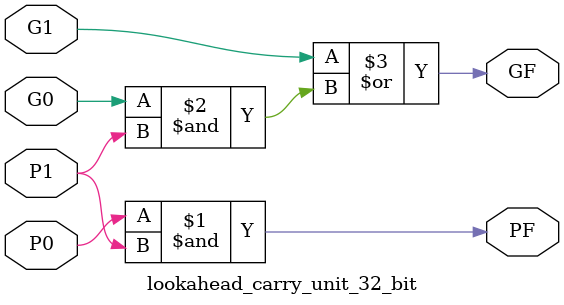
<source format=v>

module CLA_4bit(
    a,
    b,
    cin,
    sum,
    cout
);

input [3:0] a;
input [3:0] b;
input cin;
output [3:0] sum;
output cout;

wire g0, g1, g2, g3;
wire p0, p1, p2, p3;
wire c1, c2, c3;

/// Propagate signals
xor (p0, a[0], b[0]);
xor (p1, a[1], b[1]);
xor (p2, a[2], b[2]);
xor (p3, a[3], b[3]);

//// generate signals;
and (g0, a[0], b[0]);
and (g1, a[1], b[1]);
and (g2, a[2], b[2]);
and (g3, a[3], b[3]);

/// carry signals;
assign c1 = g0 | (p0&cin);
assign c2 = g1 | (p1&g0) | (p1&p0&cin);
assign c3 = g2 | (p2 & g1) | (p2&p1&g0) | (p2&p1&p0&cin);
assign cout = g3 | (p3 & g2) | (p3&p2&g1) | (p3&p2&p1&g0) | (p3&p2&p1&p0&cin);

assign sum[0] = (p0 ^ cin);
assign sum[1] = (p1 ^ c1);
assign sum[2] = (p2 ^ c2);
assign sum[3] = (p3 ^ c3);

endmodule

module CLA_4bit_P_G(
    a,
    b,
    cin,
    sum,
    P,
    G
);

input [3:0] a;
input [3:0] b;
input cin;
output [3:0] sum;
output P, G;

wire g0, g1, g2, g3;
wire p0, p1, p2, p3;
wire c1, c2, c3;

/// Propagate signals
xor (p0, a[0], b[0]);
xor (p1, a[1], b[1]);
xor (p2, a[2], b[2]);
xor (p3, a[3], b[3]);

//// generate signals;
and (g0, a[0], b[0]);
and (g1, a[1], b[1]);
and (g2, a[2], b[2]);
and (g3, a[3], b[3]);

//// carry generation
assign c1 = g0 | (p0&cin);
assign c2 = g1 | (p1&g0) | (p1&p0&cin);
assign c3 = g2 | (p2 & g1) | (p2&p1&g0) | (p2&p1&p0&cin);
// assign cout = g3 | (p3 & g2) | (p3&p2&g1) | (p3&p2&p1&g0) | (p3&p2&p1&p0&cin);

//// final sum
assign sum[0] = (p0 ^ cin);
assign sum[1] = (p1 ^ c1);
assign sum[2] = (p2 ^ c2);
assign sum[3] = (p3 ^ c3);

//// P and G assignment

assign P = (p0 & p1 & p2 & p3);
assign G = g3 | (p3&g2) | (p3&p2&g1) | (p3&p2&p1&g0) ;

endmodule

module lookahead_carry_unit_16_bit( 
    P0, 
    G0, 
    P1, 
    G1, 
    P2, 
    G2, 
    P3, 
    G3, 
    cin, 
    C4, 
    C8, 
    C12, 
    C16, 
    GF, 
    PF
);
input P0, P1, P2, P3;
input G0, G1, G2, G3;
input cin;
output C4, C8, C12, C16;
output PF, GF;

assign C4 = G0 | (P0 & cin);
assign C8 = G1 | (P1 & C4);
assign C12 = G2 | (P2 & C8);
assign C16 = G3 | (P3 & C12);

assign PF = (P0 & P1 & P2 & P3);
assign GF = G3 | (G2 & P3) | (G1 & P3 & P2) | (G0 & P3 & P2 & P1);

endmodule

module CLA_16bit(
    a,
    b,
    cin,
    sum, 
    cout, 
    Pout, 
    Gout
);
input [15:0] a;
input [15:0] b;
input cin;
output cout;
output [15:0] sum;
output Pout, Gout;

wire p0, p1, p2, p3;   
wire g0, g1, g2, g3;

wire c4, c8, c12;    //// for carries;

//// first 4 bit addition
CLA_4bit_P_G temp1(a[3:0], b[3:0], cin, sum[3:0], p0, g0);
// lookahead_carry_unit_16_bit t1(a[3:0], b[3:0], cin, c1);

//// second 4 bit addition
CLA_4bit_P_G temp2(a[7:4], b[7:4], c4, sum[7:4], p1, g1);
// lookahead_carry_unit_16_bit t2(a[3:0], b[3:0], c1, c2);

//// third 4 bit addition
CLA_4bit_P_G temp3(a[11:8], b[11:8], c8, sum[11:8], p2, g2);
// lookahead_carry_unit_16_bit t3(a[11:8], b[11:8], c2, c3);

//// last 4 bit addition
CLA_4bit_P_G temp4(a[15:12], b[15:12], c12, sum[15:12], p3, g3);
// lookahead_carry_unit_16_bit t4(a[15:12], b[15:12], c3, carry);

lookahead_carry_unit_16_bit temp(p0, g0, p1, g1, p2, g2, p3, g3, cin, c4, c8, c12, cout, Pout, Gout);

endmodule


module CLA_32bit(a, b, cin, sum, cout, Pout, Gout);

input [31:0] a;
input [31:0] b;
input cin;
output [31:0] sum;
output cout;
output Pout, Gout;

wire p0, p1, g0, g1;
wire c16;

CLA_16bit cla1(a[15:0], b[15:0], cin, sum[15:0], c16, p0, g0);

CLA_16bit cla2(a[31:16], b[31:16], c16, sum[31:16], cout, p1, g1);

// assign Pout = p0;
// assign Gout = g0;

lookahead_carry_unit_32_bit temp_(p0, g0, p1, g1, Pout, Gout);

endmodule

// module lookahead_carry_unit_32_bit (P0, G0, P1, G1, cin, C16, C32, PF, GF);
module lookahead_carry_unit_32_bit(P0, G0, P1, G1, PF, GF);
    input P0, P1;
    input G0, G1;
    // input cin;
    // output C16, C32;
    output GF, PF;

    // assign C16 = G0 | (P0 & cin);
    // assign C32 = G1 | (P1 & C16);

    assign PF = P0 & P1;
    assign GF = G1 | (G0 & P1);

endmodule

</source>
